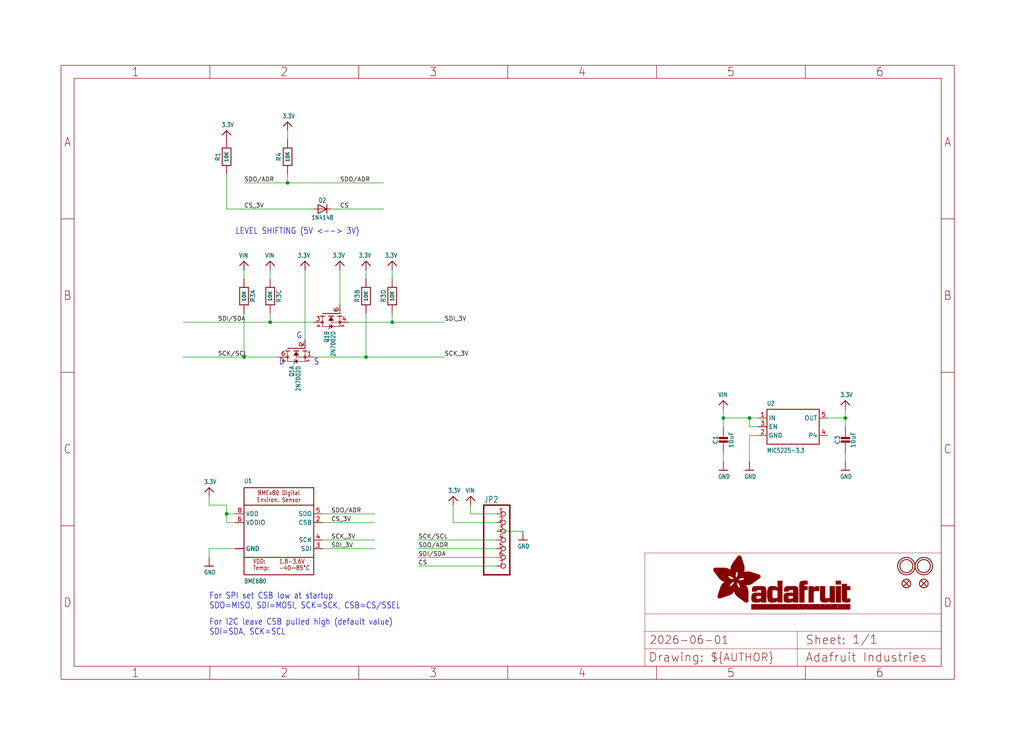
<source format=kicad_sch>
(kicad_sch (version 20230121) (generator eeschema)
  (paper "User" 298.45 217.322)
  (lib_symbols
    (symbol "working-eagle-import:3.3V" (power)
      (property "Value" "3.3V" (at -1.524 1.016 0))
      (symbol "3.3V_1_0"
        (pin power_in line (at 0 -2.54 90) (length 2.54) (name "3.3V") (number "1"))
      )
    )
    (symbol "working-eagle-import:BME680"
      (property "Reference" "IC" (at -10.16 13.97 0))
      (symbol "BME680_1_0"
        (text "-40~~85°C" (at 0 -11.43 0) (effects (font (size 1.27 1.0795)) (justify left bottom)))
        (text "1.8-3.6V" (at 0 -9.525 0) (effects (font (size 1.27 1.0795)) (justify left bottom)))
        (text "BMEx80 Digital\nEnviron. Sensor" (at 0 10.16 0) (effects (font (size 1.27 1.0795))))
        (text "Temp:" (at -7.62 -11.43 0) (effects (font (size 1.27 1.0795)) (justify left bottom)))
        (text "VDD:" (at -7.62 -9.525 0) (effects (font (size 1.27 1.0795)) (justify left bottom)))
        (pin power_in line (at -12.7 -5.08 0) (length 2.54) (name "GND") (number "1"))
        (pin input line (at 12.7 2.54 180) (length 2.54) (name "CSB") (number "2"))
        (pin input line (at 12.7 -5.08 180) (length 2.54) (name "SDI") (number "3"))
        (pin input line (at 12.7 -2.54 180) (length 2.54) (name "SCK") (number "4"))
        (pin output line (at 12.7 5.08 180) (length 2.54) (name "SDO") (number "5"))
        (pin power_in line (at -12.7 2.54 0) (length 2.54) (name "VDDIO") (number "6"))
        (pin power_in line (at -12.7 -5.08 0) (length 2.54) (name "GND") (number "7"))
        (pin power_in line (at -12.7 5.08 0) (length 2.54) (name "VDD") (number "8"))
      )
    )
    (symbol "working-eagle-import:CAP_CERAMIC0805-NOOUTLINE"
      (property "Reference" "C" (at -2.29 1.25 90))
      (symbol "CAP_CERAMIC0805-NOOUTLINE_1_0"
        (pin passive line (at 0 5.08 270) (length 2.54) (name "1") (number "1"))
        (pin passive line (at 0 -2.54 90) (length 2.54) (name "2") (number "2"))
      )
    )
    (symbol "working-eagle-import:DIODESOD-323"
      (property "Reference" "D" (at 0 2.54 0))
      (symbol "DIODESOD-323_1_0"
        (pin passive line (at -2.54 0 0) (length 2.54) (name "A") (number "A"))
        (pin passive line (at 2.54 0 180) (length 2.54) (name "C") (number "C"))
      )
    )
    (symbol "working-eagle-import:FIDUCIAL_1MM")
    (symbol "working-eagle-import:FRAME_A4_ADAFRUIT"
      (symbol "FRAME_A4_ADAFRUIT_1_0"
        (text "${#}/${##}" (at 230.505 10.16 0) (effects (font (size 2.54 2.54)) (justify left bottom)))
        (text "${AUTHOR}" (at 189.23 5.08 0) (effects (font (size 2.286 2.286)) (justify left bottom)))
        (text "${CURRENT_DATE}" (at 171.45 10.16 0) (effects (font (size 2.286 2.286)) (justify left bottom)))
        (text "${PROJECTNAME}" (at 171.45 15.24 0) (effects (font (size 2.54 2.54)) (justify left bottom)))
        (text "1" (at 21.6958 1.905 0) (effects (font (size 2.54 2.286))))
        (text "1" (at 21.6958 177.165 0) (effects (font (size 2.54 2.286))))
        (text "2" (at 65.0875 1.905 0) (effects (font (size 2.54 2.286))))
        (text "2" (at 65.0875 177.165 0) (effects (font (size 2.54 2.286))))
        (text "3" (at 108.4792 1.905 0) (effects (font (size 2.54 2.286))))
        (text "3" (at 108.4792 177.165 0) (effects (font (size 2.54 2.286))))
        (text "4" (at 151.8708 1.905 0) (effects (font (size 2.54 2.286))))
        (text "4" (at 151.8708 177.165 0) (effects (font (size 2.54 2.286))))
        (text "5" (at 195.2625 1.905 0) (effects (font (size 2.54 2.286))))
        (text "5" (at 195.2625 177.165 0) (effects (font (size 2.54 2.286))))
        (text "6" (at 238.6542 1.905 0) (effects (font (size 2.54 2.286))))
        (text "6" (at 238.6542 177.165 0) (effects (font (size 2.54 2.286))))
        (text "A" (at 1.905 156.6863 0) (effects (font (size 2.54 2.286))))
        (text "A" (at 258.445 156.6863 0) (effects (font (size 2.54 2.286))))
        (text "Adafruit Industries" (at 216.916 4.953 0) (effects (font (size 2.54 2.54)) (justify left bottom)))
        (text "B" (at 1.905 111.9188 0) (effects (font (size 2.54 2.286))))
        (text "B" (at 258.445 111.9188 0) (effects (font (size 2.54 2.286))))
        (text "C" (at 1.905 67.1513 0) (effects (font (size 2.54 2.286))))
        (text "C" (at 258.445 67.1513 0) (effects (font (size 2.54 2.286))))
        (text "D" (at 1.905 22.3838 0) (effects (font (size 2.54 2.286))))
        (text "D" (at 258.445 22.3838 0) (effects (font (size 2.54 2.286))))
        (text "Drawing:" (at 171.196 4.953 0) (effects (font (size 2.54 2.54)) (justify left bottom)))
        (text "Sheet:" (at 216.916 10.033 0) (effects (font (size 2.54 2.54)) (justify left bottom)))
      )
    )
    (symbol "working-eagle-import:GND" (power)
      (property "Value" "GND" (at -1.524 -2.54 0))
      (symbol "GND_1_0"
        (pin power_in line (at 0 2.54 270) (length 2.54) (name "GND") (number "1"))
      )
    )
    (symbol "working-eagle-import:HEADER-1X770MIL"
      (property "Reference" "JP" (at -6.35 10.795 0))
      (symbol "HEADER-1X770MIL_1_0"
        (pin passive inverted (at -2.54 7.62 0) (length 2.54) (name "1") (number "1"))
        (pin passive inverted (at -2.54 5.08 0) (length 2.54) (name "2") (number "2"))
        (pin passive inverted (at -2.54 2.54 0) (length 2.54) (name "3") (number "3"))
        (pin passive inverted (at -2.54 0 0) (length 2.54) (name "4") (number "4"))
        (pin passive inverted (at -2.54 -2.54 0) (length 2.54) (name "5") (number "5"))
        (pin passive inverted (at -2.54 -5.08 0) (length 2.54) (name "6") (number "6"))
        (pin passive inverted (at -2.54 -7.62 0) (length 2.54) (name "7") (number "7"))
      )
    )
    (symbol "working-eagle-import:MOSFET-N_DUAL"
      (property "Reference" "Q" (at 5.08 0.635 0))
      (symbol "MOSFET-N_DUAL_1_0"
        (text "D" (at 3.175 3.175 0) (effects (font (size 0.8128 0.6908)) (justify left bottom)))
        (text "G" (at -1.27 -1.905 0) (effects (font (size 0.8128 0.6908)) (justify left bottom)))
        (text "S" (at 3.175 -3.81 0) (effects (font (size 0.8128 0.6908)) (justify left bottom)))
        (pin bidirectional line (at 2.54 -5.08 90) (length 2.54) (name "S") (number "1"))
        (pin bidirectional line (at -2.54 -2.54 0) (length 2.54) (name "G") (number "2"))
        (pin bidirectional line (at 2.54 5.08 270) (length 2.54) (name "D") (number "6"))
      )
      (symbol "MOSFET-N_DUAL_2_0"
        (text "D" (at 3.175 3.175 0) (effects (font (size 0.8128 0.6908)) (justify left bottom)))
        (text "G" (at -1.27 -1.905 0) (effects (font (size 0.8128 0.6908)) (justify left bottom)))
        (text "S" (at 3.175 -3.81 0) (effects (font (size 0.8128 0.6908)) (justify left bottom)))
        (pin bidirectional line (at 2.54 5.08 270) (length 2.54) (name "D") (number "3"))
        (pin bidirectional line (at 2.54 -5.08 90) (length 2.54) (name "S") (number "4"))
        (pin bidirectional line (at -2.54 -2.54 0) (length 2.54) (name "G") (number "5"))
      )
    )
    (symbol "working-eagle-import:MOUNTINGHOLE2.0")
    (symbol "working-eagle-import:RESISTOR_0603_NOOUT"
      (property "Reference" "R" (at 0 2.54 0))
      (symbol "RESISTOR_0603_NOOUT_1_0"
        (pin passive line (at -5.08 0 0) (length 2.54) (name "1") (number "1"))
        (pin passive line (at 5.08 0 180) (length 2.54) (name "2") (number "2"))
      )
    )
    (symbol "working-eagle-import:RESISTOR_4PACK"
      (property "Reference" "R" (at 0 2.54 0))
      (symbol "RESISTOR_4PACK_1_0"
        (pin passive line (at -5.08 0 0) (length 2.54) (name "1") (number "1"))
        (pin passive line (at 5.08 0 180) (length 2.54) (name "2") (number "8"))
      )
      (symbol "RESISTOR_4PACK_2_0"
        (pin passive line (at -5.08 0 0) (length 2.54) (name "1") (number "2"))
        (pin passive line (at 5.08 0 180) (length 2.54) (name "2") (number "7"))
      )
      (symbol "RESISTOR_4PACK_3_0"
        (pin passive line (at -5.08 0 0) (length 2.54) (name "1") (number "3"))
        (pin passive line (at 5.08 0 180) (length 2.54) (name "2") (number "6"))
      )
      (symbol "RESISTOR_4PACK_4_0"
        (pin passive line (at -5.08 0 0) (length 2.54) (name "1") (number "4"))
        (pin passive line (at 5.08 0 180) (length 2.54) (name "2") (number "5"))
      )
    )
    (symbol "working-eagle-import:VIN" (power)
      (property "Value" "VIN" (at -1.524 1.016 0))
      (symbol "VIN_1_0"
        (pin power_in line (at 0 -2.54 90) (length 2.54) (name "VIN") (number "1"))
      )
    )
    (symbol "working-eagle-import:VREG_SOT23-5"
      (property "Reference" "U" (at -7.62 6.096 0))
      (symbol "VREG_SOT23-5_1_0"
        (pin power_in line (at -10.16 2.54 0) (length 2.54) (name "IN") (number "1"))
        (pin power_in line (at -10.16 -2.54 0) (length 2.54) (name "GND") (number "2"))
        (pin input line (at -10.16 0 0) (length 2.54) (name "EN") (number "3"))
        (pin bidirectional line (at 10.16 -2.54 180) (length 2.54) (name "P4") (number "4"))
        (pin power_in line (at 10.16 2.54 180) (length 2.54) (name "OUT") (number "5"))
      )
    )
  )
  (junction (at 66.04 149.86))
  (junction (at 83.82 53.34))
  (junction (at 106.68 104.14))
  (junction (at 78.74 93.98))
  (junction (at 71.12 104.14))
  (junction (at 218.44 121.92))
  (junction (at 246.38 121.92))
  (junction (at 210.82 121.92))
  (junction (at 114.3 93.98))
  (wire (pts (xy 144.78 160.02) (xy 121.92 160.02)) (stroke (width 0.1524)))
  (wire (pts (xy 220.98 121.92) (xy 218.44 121.92)) (stroke (width 0.1524)))
  (wire (pts (xy 106.68 91.44) (xy 106.68 104.14)) (stroke (width 0.1524)))
  (wire (pts (xy 246.38 132.08) (xy 246.38 134.62)) (stroke (width 0.1524)))
  (wire (pts (xy 83.82 50.8) (xy 83.82 53.34)) (stroke (width 0.1524)))
  (wire (pts (xy 93.98 149.86) (xy 109.22 149.86)) (stroke (width 0.1524)))
  (wire (pts (xy 96.52 60.96) (xy 111.76 60.96)) (stroke (width 0.1524)))
  (wire (pts (xy 71.12 78.74) (xy 71.12 81.28)) (stroke (width 0.1524)))
  (wire (pts (xy 114.3 91.44) (xy 114.3 93.98)) (stroke (width 0.1524)))
  (wire (pts (xy 106.68 81.28) (xy 106.68 78.74)) (stroke (width 0.1524)))
  (wire (pts (xy 106.68 104.14) (xy 129.54 104.14)) (stroke (width 0.1524)))
  (wire (pts (xy 144.78 152.4) (xy 132.08 152.4)) (stroke (width 0.1524)))
  (wire (pts (xy 78.74 91.44) (xy 78.74 93.98)) (stroke (width 0.1524)))
  (wire (pts (xy 91.44 104.14) (xy 106.68 104.14)) (stroke (width 0.1524)))
  (wire (pts (xy 66.04 149.86) (xy 66.04 152.4)) (stroke (width 0.1524)))
  (wire (pts (xy 78.74 93.98) (xy 53.34 93.98)) (stroke (width 0.1524)))
  (wire (pts (xy 71.12 104.14) (xy 53.34 104.14)) (stroke (width 0.1524)))
  (wire (pts (xy 88.9 99.06) (xy 88.9 78.74)) (stroke (width 0.1524)))
  (wire (pts (xy 66.04 152.4) (xy 68.58 152.4)) (stroke (width 0.1524)))
  (wire (pts (xy 144.78 157.48) (xy 121.92 157.48)) (stroke (width 0.1524)))
  (wire (pts (xy 210.82 121.92) (xy 210.82 124.46)) (stroke (width 0.1524)))
  (wire (pts (xy 137.16 149.86) (xy 137.16 147.32)) (stroke (width 0.1524)))
  (wire (pts (xy 210.82 132.08) (xy 210.82 134.62)) (stroke (width 0.1524)))
  (wire (pts (xy 99.06 88.9) (xy 99.06 78.74)) (stroke (width 0.1524)))
  (wire (pts (xy 71.12 91.44) (xy 71.12 104.14)) (stroke (width 0.1524)))
  (wire (pts (xy 91.44 60.96) (xy 66.04 60.96)) (stroke (width 0.1524)))
  (wire (pts (xy 218.44 127) (xy 218.44 134.62)) (stroke (width 0.1524)))
  (wire (pts (xy 218.44 121.92) (xy 210.82 121.92)) (stroke (width 0.1524)))
  (wire (pts (xy 144.78 162.56) (xy 121.92 162.56)) (stroke (width 0.1524)))
  (wire (pts (xy 60.96 160.02) (xy 60.96 162.56)) (stroke (width 0.1524)))
  (wire (pts (xy 241.3 121.92) (xy 246.38 121.92)) (stroke (width 0.1524)))
  (wire (pts (xy 246.38 121.92) (xy 246.38 124.46)) (stroke (width 0.1524)))
  (wire (pts (xy 210.82 121.92) (xy 210.82 119.38)) (stroke (width 0.1524)))
  (wire (pts (xy 93.98 152.4) (xy 109.22 152.4)) (stroke (width 0.1524)))
  (wire (pts (xy 220.98 127) (xy 218.44 127)) (stroke (width 0.1524)))
  (wire (pts (xy 60.96 160.02) (xy 68.58 160.02)) (stroke (width 0.1524)))
  (wire (pts (xy 66.04 147.32) (xy 66.04 149.86)) (stroke (width 0.1524)))
  (wire (pts (xy 114.3 93.98) (xy 129.54 93.98)) (stroke (width 0.1524)))
  (wire (pts (xy 144.78 149.86) (xy 137.16 149.86)) (stroke (width 0.1524)))
  (wire (pts (xy 144.78 165.1) (xy 121.92 165.1)) (stroke (width 0.1524)))
  (wire (pts (xy 60.96 144.78) (xy 60.96 147.32)) (stroke (width 0.1524)))
  (wire (pts (xy 91.44 93.98) (xy 78.74 93.98)) (stroke (width 0.1524)))
  (wire (pts (xy 83.82 53.34) (xy 111.76 53.34)) (stroke (width 0.1524)))
  (wire (pts (xy 114.3 81.28) (xy 114.3 78.74)) (stroke (width 0.1524)))
  (wire (pts (xy 109.22 157.48) (xy 93.98 157.48)) (stroke (width 0.1524)))
  (wire (pts (xy 81.28 104.14) (xy 71.12 104.14)) (stroke (width 0.1524)))
  (wire (pts (xy 60.96 147.32) (xy 66.04 147.32)) (stroke (width 0.1524)))
  (wire (pts (xy 144.78 154.94) (xy 152.4 154.94)) (stroke (width 0.1524)))
  (wire (pts (xy 218.44 124.46) (xy 218.44 121.92)) (stroke (width 0.1524)))
  (wire (pts (xy 93.98 160.02) (xy 109.22 160.02)) (stroke (width 0.1524)))
  (wire (pts (xy 83.82 53.34) (xy 71.12 53.34)) (stroke (width 0.1524)))
  (wire (pts (xy 101.6 93.98) (xy 114.3 93.98)) (stroke (width 0.1524)))
  (wire (pts (xy 246.38 121.92) (xy 246.38 119.38)) (stroke (width 0.1524)))
  (wire (pts (xy 68.58 149.86) (xy 66.04 149.86)) (stroke (width 0.1524)))
  (wire (pts (xy 83.82 38.1) (xy 83.82 40.64)) (stroke (width 0.1524)))
  (wire (pts (xy 220.98 124.46) (xy 218.44 124.46)) (stroke (width 0.1524)))
  (wire (pts (xy 132.08 152.4) (xy 132.08 147.32)) (stroke (width 0.1524)))
  (wire (pts (xy 66.04 60.96) (xy 66.04 50.8)) (stroke (width 0.1524)))
  (wire (pts (xy 78.74 81.28) (xy 78.74 78.74)) (stroke (width 0.1524)))
  (text "LEVEL SHIFTING (5V <--> 3V)" (at 68.58 68.58 0) (effects (font (size 1.778 1.5113)) (justify left bottom)))
  (text "For I2C leave CSB pulled high (default value)\nSDI=SDA, SCK=SCL" (at 60.96 185.42 0) (effects (font (size 1.778 1.5113)) (justify left bottom)))
  (text "G" (at 86.36 99.06 0) (effects (font (size 1.778 1.5113)) (justify left bottom)))
  (text "D" (at 81.28 106.68 0) (effects (font (size 1.778 1.5113)) (justify left bottom)))
  (text "For SPI set CSB low at startup\nSDO=MISO, SDI=MOSI, SCK=SCK, CSB=CS/SSEL" (at 60.96 177.8 0) (effects (font (size 1.778 1.5113)) (justify left bottom)))
  (text "S" (at 91.44 106.68 0) (effects (font (size 1.778 1.5113)) (justify left bottom)))
  (label "SDO/ADR" (at 96.52 149.86 0) (effects (font (size 1.2446 1.2446))))
  (label "SDI_3V" (at 96.52 160.02 0) (effects (font (size 1.2446 1.2446))))
  (label "SCK/SCL" (at 63.5 104.14 0) (effects (font (size 1.2446 1.2446))))
  (label "CS" (at 121.92 165.1 0) (effects (font (size 1.2446 1.2446))))
  (label "SDO/ADR" (at 71.12 53.34 0) (effects (font (size 1.2446 1.2446))))
  (label "SCK_3V" (at 96.52 157.48 0) (effects (font (size 1.2446 1.2446))))
  (label "SDI/SDA" (at 121.92 162.56 0) (effects (font (size 1.2446 1.2446))))
  (label "CS" (at 99.06 60.96 0) (effects (font (size 1.2446 1.2446))))
  (label "SDI/SDA" (at 63.5 93.98 0) (effects (font (size 1.2446 1.2446))))
  (label "SDI_3V" (at 129.54 93.98 0) (effects (font (size 1.2446 1.2446))))
  (label "SCK_3V" (at 129.54 104.14 0) (effects (font (size 1.2446 1.2446))))
  (label "SDO/ADR" (at 121.92 160.02 0) (effects (font (size 1.2446 1.2446))))
  (label "CS_3V" (at 96.52 152.4 0) (effects (font (size 1.2446 1.2446))))
  (label "SDO/ADR" (at 99.06 53.34 0) (effects (font (size 1.2446 1.2446))))
  (label "SCK/SCL" (at 121.92 157.48 0) (effects (font (size 1.2446 1.2446))))
  (label "CS_3V" (at 71.12 60.96 0) (effects (font (size 1.2446 1.2446))))
  (symbol (lib_id "working-eagle-import:3.3V") (at 99.06 76.2 0) (mirror y) (unit 1)
    (property "Reference" "#U$27" (effects hide))
    (property "Value" "3.3V" (at 100.584 75.184 0) (effects (font (size 1.27 1.0795)) (justify left bottom)))
  )
  (symbol (lib_id "working-eagle-import:FIDUCIAL_1MM") (at 264.16 170.18 0) (unit 1)
    (property "Reference" "U$5" (effects hide))
    (property "Value" "FIDUCIAL_1MM" (effects hide))
    (property "Footprint" "working:FIDUCIAL_1MM" (effects hide))
  )
  (symbol (lib_id "working-eagle-import:DIODESOD-323") (at 93.98 60.96 0) (unit 1)
    (property "Reference" "D2" (at 93.98 58.42 0) (effects (font (size 1.27 1.0795))))
    (property "Value" "1N4148" (at 93.98 63.46 0) (effects (font (size 1.27 1.0795))))
    (property "Footprint" "working:SOD-323" (effects hide))
  )
  (symbol (lib_id "working-eagle-import:FRAME_A4_ADAFRUIT") (at 17.78 198.12 0) (unit 1)
    (property "Reference" "#U$1" (effects hide))
    (property "Value" "FRAME_A4_ADAFRUIT" (effects hide))
  )
  (symbol (lib_id "working-eagle-import:3.3V") (at 114.3 76.2 0) (mirror y) (unit 1)
    (property "Reference" "#U$21" (effects hide))
    (property "Value" "3.3V" (at 115.824 75.184 0) (effects (font (size 1.27 1.0795)) (justify left bottom)))
  )
  (symbol (lib_id "working-eagle-import:VIN") (at 78.74 76.2 0) (unit 1)
    (property "Reference" "#U$28" (effects hide))
    (property "Value" "VIN" (at 77.216 75.184 0) (effects (font (size 1.27 1.0795)) (justify left bottom)))
  )
  (symbol (lib_id "working-eagle-import:GND") (at 152.4 157.48 0) (unit 1)
    (property "Reference" "#U$4" (effects hide))
    (property "Value" "GND" (at 150.876 160.02 0) (effects (font (size 1.27 1.0795)) (justify left bottom)))
  )
  (symbol (lib_id "working-eagle-import:BME680") (at 81.28 154.94 0) (unit 1)
    (property "Reference" "U1" (at 71.12 140.97 0) (effects (font (size 1.27 1.0795)) (justify left bottom)))
    (property "Value" "BME680" (at 71.12 170.18 0) (effects (font (size 1.27 1.0795)) (justify left bottom)))
    (property "Footprint" "working:BME680" (effects hide))
  )
  (symbol (lib_id "working-eagle-import:RESISTOR_4PACK") (at 71.12 86.36 270) (unit 1)
    (property "Reference" "R3" (at 73.66 86.36 0))
    (property "Value" "10K" (at 71.12 86.36 0) (effects (font (size 1.016 1.016) bold)))
    (property "Footprint" "working:RESPACK_4X0603" (effects hide))
  )
  (symbol (lib_id "working-eagle-import:MOSFET-N_DUAL") (at 96.52 91.44 90) (mirror x) (unit 2)
    (property "Reference" "Q1" (at 95.885 96.52 0) (effects (font (size 1.27 1.0795)) (justify left bottom)))
    (property "Value" "2N7002D" (at 97.79 96.52 0) (effects (font (size 1.27 1.0795)) (justify left bottom)))
    (property "Footprint" "working:SOT363" (effects hide))
  )
  (symbol (lib_id "working-eagle-import:RESISTOR_4PACK") (at 78.74 86.36 270) (unit 3)
    (property "Reference" "R3" (at 81.28 86.36 0))
    (property "Value" "10K" (at 78.74 86.36 0) (effects (font (size 1.016 1.016) bold)))
    (property "Footprint" "working:RESPACK_4X0603" (effects hide))
  )
  (symbol (lib_id "working-eagle-import:FIDUCIAL_1MM") (at 269.24 170.18 0) (unit 1)
    (property "Reference" "U$15" (effects hide))
    (property "Value" "FIDUCIAL_1MM" (effects hide))
    (property "Footprint" "working:FIDUCIAL_1MM" (effects hide))
  )
  (symbol (lib_id "working-eagle-import:RESISTOR_0603_NOOUT") (at 83.82 45.72 90) (unit 1)
    (property "Reference" "R4" (at 81.28 45.72 0))
    (property "Value" "10K" (at 83.82 45.72 0) (effects (font (size 1.016 1.016) bold)))
    (property "Footprint" "working:0603-NO" (effects hide))
  )
  (symbol (lib_id "working-eagle-import:VIN") (at 210.82 116.84 0) (unit 1)
    (property "Reference" "#U$11" (effects hide))
    (property "Value" "VIN" (at 209.296 115.824 0) (effects (font (size 1.27 1.0795)) (justify left bottom)))
  )
  (symbol (lib_id "working-eagle-import:RESISTOR_4PACK") (at 106.68 86.36 90) (mirror x) (unit 2)
    (property "Reference" "R3" (at 104.14 86.36 0))
    (property "Value" "10K" (at 106.68 86.36 0) (effects (font (size 1.016 1.016) bold)))
    (property "Footprint" "working:RESPACK_4X0603" (effects hide))
  )
  (symbol (lib_id "working-eagle-import:VREG_SOT23-5") (at 231.14 124.46 0) (unit 1)
    (property "Reference" "U2" (at 223.52 118.364 0) (effects (font (size 1.27 1.0795)) (justify left bottom)))
    (property "Value" "MIC5225-3.3" (at 223.52 132.08 0) (effects (font (size 1.27 1.0795)) (justify left bottom)))
    (property "Footprint" "working:SOT23-5" (effects hide))
  )
  (symbol (lib_id "working-eagle-import:3.3V") (at 66.04 38.1 0) (unit 1)
    (property "Reference" "#U$18" (effects hide))
    (property "Value" "3.3V" (at 64.516 37.084 0) (effects (font (size 1.27 1.0795)) (justify left bottom)))
  )
  (symbol (lib_id "working-eagle-import:RESISTOR_4PACK") (at 114.3 86.36 90) (mirror x) (unit 4)
    (property "Reference" "R3" (at 111.76 86.36 0))
    (property "Value" "10K" (at 114.3 86.36 0) (effects (font (size 1.016 1.016) bold)))
    (property "Footprint" "working:RESPACK_4X0603" (effects hide))
  )
  (symbol (lib_id "working-eagle-import:HEADER-1X770MIL") (at 147.32 157.48 0) (unit 1)
    (property "Reference" "JP2" (at 140.97 146.685 0) (effects (font (size 1.778 1.5113)) (justify left bottom)))
    (property "Value" "HEADER-1X770MIL" (effects hide))
    (property "Footprint" "working:1X07_ROUND_70" (effects hide))
  )
  (symbol (lib_id "working-eagle-import:GND") (at 210.82 137.16 0) (unit 1)
    (property "Reference" "#U$13" (effects hide))
    (property "Value" "GND" (at 209.296 139.7 0) (effects (font (size 1.27 1.0795)) (justify left bottom)))
  )
  (symbol (lib_id "working-eagle-import:3.3V") (at 132.08 144.78 0) (unit 1)
    (property "Reference" "#U$10" (effects hide))
    (property "Value" "3.3V" (at 130.556 143.764 0) (effects (font (size 1.27 1.0795)) (justify left bottom)))
  )
  (symbol (lib_id "working-eagle-import:3.3V") (at 246.38 116.84 0) (unit 1)
    (property "Reference" "#U$17" (effects hide))
    (property "Value" "3.3V" (at 244.856 115.824 0) (effects (font (size 1.27 1.0795)) (justify left bottom)))
  )
  (symbol (lib_id "working-eagle-import:3.3V") (at 106.68 76.2 0) (mirror y) (unit 1)
    (property "Reference" "#U$24" (effects hide))
    (property "Value" "3.3V" (at 108.204 75.184 0) (effects (font (size 1.27 1.0795)) (justify left bottom)))
  )
  (symbol (lib_id "working-eagle-import:VIN") (at 71.12 76.2 0) (unit 1)
    (property "Reference" "#U$29" (effects hide))
    (property "Value" "VIN" (at 69.596 75.184 0) (effects (font (size 1.27 1.0795)) (justify left bottom)))
  )
  (symbol (lib_id "working-eagle-import:RESISTOR_0603_NOOUT") (at 66.04 45.72 90) (unit 1)
    (property "Reference" "R1" (at 63.5 45.72 0))
    (property "Value" "10K" (at 66.04 45.72 0) (effects (font (size 1.016 1.016) bold)))
    (property "Footprint" "working:0603-NO" (effects hide))
  )
  (symbol (lib_id "working-eagle-import:MOUNTINGHOLE2.0") (at 269.24 165.1 0) (unit 1)
    (property "Reference" "U$7" (effects hide))
    (property "Value" "MOUNTINGHOLE2.0" (effects hide))
    (property "Footprint" "working:MOUNTINGHOLE_2.0_PLATED" (effects hide))
  )
  (symbol (lib_id "working-eagle-import:GND") (at 60.96 165.1 0) (unit 1)
    (property "Reference" "#U$3" (effects hide))
    (property "Value" "GND" (at 59.436 167.64 0) (effects (font (size 1.27 1.0795)) (justify left bottom)))
  )
  (symbol (lib_id "working-eagle-import:CAP_CERAMIC0805-NOOUTLINE") (at 246.38 129.54 0) (unit 1)
    (property "Reference" "C3" (at 244.09 128.29 90))
    (property "Value" "10uF" (at 248.68 128.29 90))
    (property "Footprint" "working:0805-NO" (effects hide))
  )
  (symbol (lib_id "working-eagle-import:MOUNTINGHOLE2.0") (at 264.16 165.1 0) (unit 1)
    (property "Reference" "U$8" (effects hide))
    (property "Value" "MOUNTINGHOLE2.0" (effects hide))
    (property "Footprint" "working:MOUNTINGHOLE_2.0_PLATED" (effects hide))
  )
  (symbol (lib_id "working-eagle-import:3.3V") (at 60.96 142.24 0) (unit 1)
    (property "Reference" "#U$12" (effects hide))
    (property "Value" "3.3V" (at 59.436 141.224 0) (effects (font (size 1.27 1.0795)) (justify left bottom)))
  )
  (symbol (lib_id "working-eagle-import:3.3V") (at 83.82 35.56 0) (unit 1)
    (property "Reference" "#U$25" (effects hide))
    (property "Value" "3.3V" (at 82.296 34.544 0) (effects (font (size 1.27 1.0795)) (justify left bottom)))
  )
  (symbol (lib_id "working-eagle-import:VIN") (at 137.16 144.78 0) (unit 1)
    (property "Reference" "#U$9" (effects hide))
    (property "Value" "VIN" (at 135.636 143.764 0) (effects (font (size 1.27 1.0795)) (justify left bottom)))
  )
  (symbol (lib_id "working-eagle-import:3.3V") (at 88.9 76.2 0) (mirror y) (unit 1)
    (property "Reference" "#U$26" (effects hide))
    (property "Value" "3.3V" (at 90.424 75.184 0) (effects (font (size 1.27 1.0795)) (justify left bottom)))
  )
  (symbol (lib_id "working-eagle-import:MOSFET-N_DUAL") (at 86.36 101.6 90) (mirror x) (unit 1)
    (property "Reference" "Q1" (at 85.725 106.68 0) (effects (font (size 1.27 1.0795)) (justify left bottom)))
    (property "Value" "2N7002D" (at 87.63 106.68 0) (effects (font (size 1.27 1.0795)) (justify left bottom)))
    (property "Footprint" "working:SOT363" (effects hide))
  )
  (symbol (lib_id "working-eagle-import:GND") (at 218.44 137.16 0) (unit 1)
    (property "Reference" "#U$14" (effects hide))
    (property "Value" "GND" (at 216.916 139.7 0) (effects (font (size 1.27 1.0795)) (justify left bottom)))
  )
  (symbol (lib_id "working-eagle-import:GND") (at 246.38 137.16 0) (unit 1)
    (property "Reference" "#U$16" (effects hide))
    (property "Value" "GND" (at 244.856 139.7 0) (effects (font (size 1.27 1.0795)) (justify left bottom)))
  )
  (symbol (lib_id "working-eagle-import:CAP_CERAMIC0805-NOOUTLINE") (at 210.82 129.54 0) (unit 1)
    (property "Reference" "C1" (at 208.53 128.29 90))
    (property "Value" "10uF" (at 213.12 128.29 90))
    (property "Footprint" "working:0805-NO" (effects hide))
  )
)
</source>
